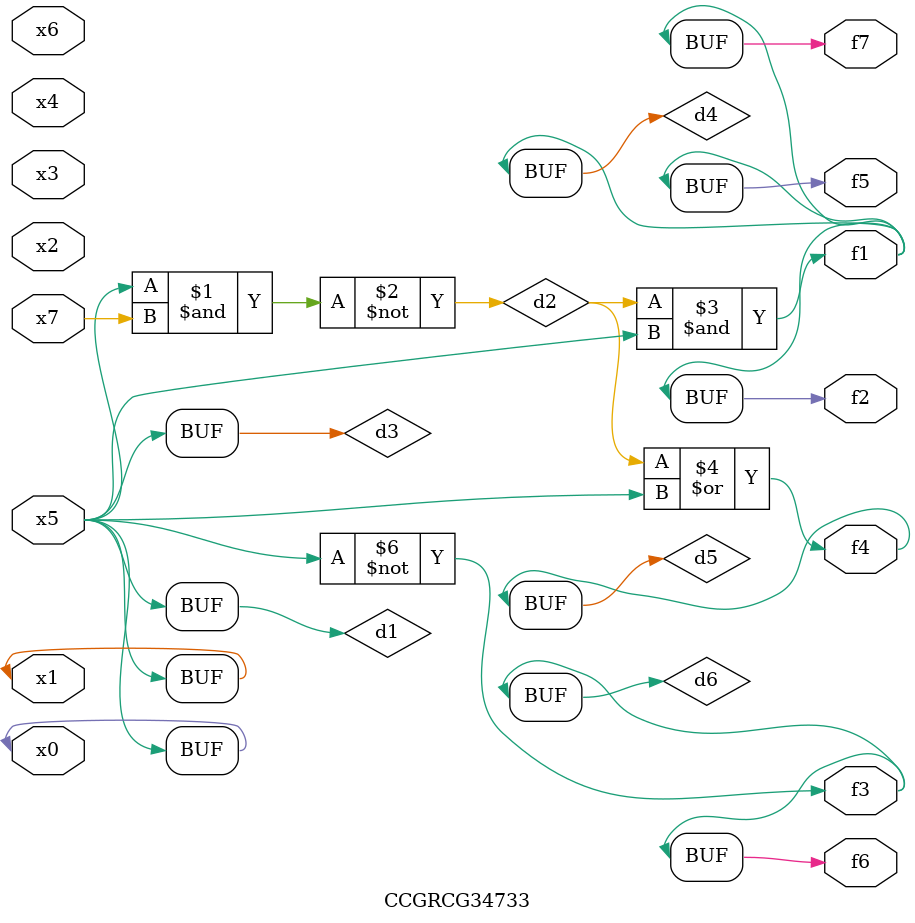
<source format=v>
module CCGRCG34733(
	input x0, x1, x2, x3, x4, x5, x6, x7,
	output f1, f2, f3, f4, f5, f6, f7
);

	wire d1, d2, d3, d4, d5, d6;

	buf (d1, x0, x5);
	nand (d2, x5, x7);
	buf (d3, x0, x1);
	and (d4, d2, d3);
	or (d5, d2, d3);
	nor (d6, d1, d3);
	assign f1 = d4;
	assign f2 = d4;
	assign f3 = d6;
	assign f4 = d5;
	assign f5 = d4;
	assign f6 = d6;
	assign f7 = d4;
endmodule

</source>
